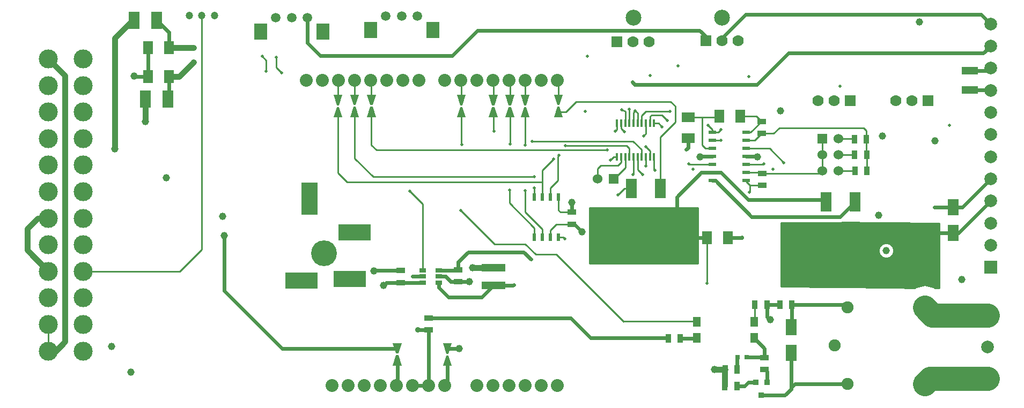
<source format=gtl>
G04 (created by PCBNEW (2013-07-07 BZR 4022)-stable) date 3/19/2014 11:37:21 PM*
%MOIN*%
G04 Gerber Fmt 3.4, Leading zero omitted, Abs format*
%FSLAX34Y34*%
G01*
G70*
G90*
G04 APERTURE LIST*
%ADD10C,0.006*%
%ADD11C,0.075*%
%ADD12R,0.036X0.036*%
%ADD13R,0.0669291X0.0984252*%
%ADD14R,0.035X0.055*%
%ADD15R,0.055X0.035*%
%ADD16R,0.0314X0.0314*%
%ADD17R,0.0511811X0.0590551*%
%ADD18R,0.016X0.05*%
%ADD19R,0.045X0.02*%
%ADD20R,0.06X0.08*%
%ADD21R,0.08X0.06*%
%ADD22R,0.06X0.06*%
%ADD23C,0.06*%
%ADD24R,0.0787402X0.0787402*%
%ADD25C,0.0787402*%
%ADD26C,0.11811*%
%ADD27R,0.02X0.045*%
%ADD28R,0.065X0.12*%
%ADD29R,0.24X0.24*%
%ADD30R,0.07X0.11*%
%ADD31C,0.0472441*%
%ADD32C,0.0590551*%
%ADD33R,0.0787402X0.0984252*%
%ADD34R,0.0394X0.0276*%
%ADD35R,0.145669X0.0472441*%
%ADD36C,0.07*%
%ADD37R,0.07X0.07*%
%ADD38C,0.08*%
%ADD39C,0.0984252*%
%ADD40C,0.16*%
%ADD41R,0.2X0.1*%
%ADD42R,0.1X0.2*%
%ADD43R,0.1X0.05*%
%ADD44C,0.046*%
%ADD45C,0.035*%
%ADD46C,0.02*%
%ADD47C,0.024*%
%ADD48C,0.036*%
%ADD49C,0.01*%
%ADD50C,0.15*%
G04 APERTURE END LIST*
G54D10*
G54D11*
X79325Y-68935D03*
X80125Y-66585D03*
X84925Y-66585D03*
X84925Y-71335D03*
X80125Y-71335D03*
G54D12*
X74415Y-71250D03*
X75115Y-71250D03*
X74765Y-72050D03*
G54D13*
X76620Y-69405D03*
X76620Y-67805D03*
G54D14*
X72505Y-71475D03*
X73255Y-71475D03*
X72530Y-70430D03*
X73280Y-70430D03*
X74375Y-66400D03*
X75125Y-66400D03*
X68990Y-68490D03*
X69740Y-68490D03*
X76665Y-66410D03*
X75915Y-66410D03*
G54D15*
X74975Y-69695D03*
X74975Y-70445D03*
G54D16*
X73875Y-69670D03*
X73285Y-69670D03*
G54D17*
X70770Y-67480D03*
X70770Y-68480D03*
X74320Y-68480D03*
X74320Y-67480D03*
G54D18*
X68110Y-55110D03*
X67860Y-55110D03*
X67600Y-55110D03*
X67340Y-55110D03*
X67090Y-55110D03*
X66830Y-55110D03*
X66570Y-55110D03*
X66320Y-55110D03*
X66060Y-55110D03*
X65810Y-55110D03*
X65810Y-57210D03*
X66060Y-57210D03*
X66320Y-57210D03*
X66570Y-57210D03*
X66830Y-57210D03*
X67090Y-57210D03*
X67340Y-57210D03*
X67600Y-57210D03*
X67860Y-57210D03*
X68110Y-57210D03*
G54D19*
X71718Y-55684D03*
X71718Y-56184D03*
X71718Y-56684D03*
X71718Y-57184D03*
X71718Y-57684D03*
X71718Y-58184D03*
X71718Y-58684D03*
X73818Y-58684D03*
X73818Y-58184D03*
X73818Y-57684D03*
X73818Y-57184D03*
X73818Y-56684D03*
X73818Y-56184D03*
X73818Y-55684D03*
G54D20*
X72166Y-54652D03*
X73466Y-54652D03*
G54D21*
X70217Y-56022D03*
X70217Y-54722D03*
G54D14*
X80591Y-58056D03*
X81341Y-58056D03*
G54D15*
X74836Y-58981D03*
X74836Y-58231D03*
X74794Y-55747D03*
X74794Y-54997D03*
G54D14*
X80581Y-57056D03*
X81331Y-57056D03*
X80551Y-56096D03*
X81301Y-56096D03*
G54D22*
X78562Y-56084D03*
G54D23*
X79562Y-56084D03*
X78562Y-57084D03*
X79562Y-57084D03*
X78562Y-58084D03*
X79562Y-58084D03*
G54D24*
X88845Y-70995D03*
G54D25*
X88845Y-69026D03*
X88845Y-67057D03*
G54D24*
X89015Y-64080D03*
G54D25*
X89015Y-62702D03*
X89015Y-61324D03*
X89015Y-59946D03*
X89015Y-58568D03*
X89015Y-57190D03*
X89015Y-55812D03*
X89015Y-54434D03*
X89015Y-53056D03*
X89015Y-51678D03*
X89015Y-50300D03*
X89015Y-48922D03*
G54D26*
X30480Y-51100D03*
X30480Y-69288D03*
X30480Y-67635D03*
X30480Y-65981D03*
X30480Y-64328D03*
X30480Y-62674D03*
X30480Y-61021D03*
X30480Y-59367D03*
X30480Y-57714D03*
X30480Y-56060D03*
X30480Y-54407D03*
X30480Y-52753D03*
X32645Y-51100D03*
X32645Y-69288D03*
X32645Y-67635D03*
X32645Y-65981D03*
X32645Y-64328D03*
X32645Y-62674D03*
X32645Y-61021D03*
X32645Y-59367D03*
X32645Y-57714D03*
X32645Y-56060D03*
X32645Y-54407D03*
X32645Y-52753D03*
G54D15*
X54100Y-67975D03*
X54100Y-67225D03*
G54D27*
X62170Y-62213D03*
X61670Y-62213D03*
X61170Y-62213D03*
X60670Y-62213D03*
X60670Y-59713D03*
X61170Y-59713D03*
X61670Y-59713D03*
X62170Y-59713D03*
G54D13*
X86700Y-61935D03*
X86700Y-60335D03*
G54D20*
X71400Y-62220D03*
X72700Y-62220D03*
G54D15*
X62990Y-60645D03*
X62990Y-61395D03*
G54D28*
X80610Y-60000D03*
G54D29*
X79710Y-62500D03*
G54D28*
X78810Y-60000D03*
X68506Y-59180D03*
G54D29*
X67606Y-61680D03*
G54D28*
X66706Y-59180D03*
G54D30*
X36500Y-53600D03*
X37900Y-53600D03*
G54D20*
X37950Y-52200D03*
X36650Y-52200D03*
X36650Y-50400D03*
X37950Y-50400D03*
G54D30*
X35800Y-48700D03*
X37200Y-48700D03*
G54D31*
X40010Y-48390D03*
X39222Y-48390D03*
X40797Y-48390D03*
G54D32*
X52425Y-48435D03*
X51440Y-48435D03*
X53409Y-48435D03*
G54D33*
X50495Y-49301D03*
X54354Y-49301D03*
G54D32*
X45595Y-48535D03*
X44610Y-48535D03*
X46579Y-48535D03*
G54D33*
X43665Y-49401D03*
X47524Y-49401D03*
G54D34*
X53725Y-65025D03*
X53725Y-64650D03*
X53725Y-64275D03*
X54725Y-64275D03*
X54725Y-64650D03*
X54725Y-65025D03*
G54D15*
X52355Y-64280D03*
X52355Y-65030D03*
X55925Y-64225D03*
X55925Y-64975D03*
G54D35*
X58140Y-64100D03*
X58140Y-65202D03*
G54D36*
X78300Y-53700D03*
X79300Y-53700D03*
G54D37*
X80300Y-53700D03*
G54D36*
X73315Y-49955D03*
X72315Y-49955D03*
G54D37*
X71315Y-49955D03*
G54D36*
X67805Y-50040D03*
X66805Y-50040D03*
G54D37*
X65805Y-50040D03*
G54D36*
X83135Y-53700D03*
X84135Y-53700D03*
G54D37*
X85135Y-53700D03*
G54D38*
X52100Y-71420D03*
X53100Y-71420D03*
X54100Y-71420D03*
X55100Y-71420D03*
X57100Y-71420D03*
X58100Y-71420D03*
X59100Y-71420D03*
X60100Y-71420D03*
X61100Y-71420D03*
X62100Y-71420D03*
X62100Y-52420D03*
X61100Y-52420D03*
X60100Y-52420D03*
X59100Y-52420D03*
X58100Y-52420D03*
X57100Y-52420D03*
X56100Y-52420D03*
X55100Y-52420D03*
X53500Y-52420D03*
X52500Y-52420D03*
X51500Y-52420D03*
X50500Y-52420D03*
X49500Y-52420D03*
X48500Y-52420D03*
X51100Y-71420D03*
X50100Y-71420D03*
X47500Y-52420D03*
X46500Y-52420D03*
X49100Y-71420D03*
X48100Y-71420D03*
G54D39*
X66845Y-48520D03*
X72315Y-48520D03*
G54D40*
X47600Y-63200D03*
G54D22*
X49000Y-61900D03*
G54D23*
X50000Y-61900D03*
G54D41*
X49500Y-61900D03*
G54D22*
X48700Y-64800D03*
G54D23*
X49700Y-64800D03*
G54D41*
X49200Y-64800D03*
G54D22*
X46700Y-64900D03*
G54D23*
X45700Y-64900D03*
G54D41*
X46200Y-64900D03*
G54D22*
X46700Y-60300D03*
G54D23*
X46700Y-59300D03*
G54D42*
X46700Y-59800D03*
G54D22*
X65600Y-58560D03*
G54D23*
X64600Y-58560D03*
G54D10*
G36*
X58875Y-53340D02*
X59425Y-53340D01*
X59225Y-53990D01*
X59075Y-53990D01*
X58875Y-53340D01*
X58875Y-53340D01*
G37*
G36*
X58875Y-54740D02*
X59075Y-54090D01*
X59225Y-54090D01*
X59425Y-54740D01*
X58875Y-54740D01*
X58875Y-54740D01*
G37*
G36*
X59815Y-53340D02*
X60365Y-53340D01*
X60165Y-53990D01*
X60015Y-53990D01*
X59815Y-53340D01*
X59815Y-53340D01*
G37*
G36*
X59815Y-54740D02*
X60015Y-54090D01*
X60165Y-54090D01*
X60365Y-54740D01*
X59815Y-54740D01*
X59815Y-54740D01*
G37*
G36*
X55855Y-53340D02*
X56405Y-53340D01*
X56205Y-53990D01*
X56055Y-53990D01*
X55855Y-53340D01*
X55855Y-53340D01*
G37*
G36*
X55855Y-54740D02*
X56055Y-54090D01*
X56205Y-54090D01*
X56405Y-54740D01*
X55855Y-54740D01*
X55855Y-54740D01*
G37*
G36*
X50270Y-53335D02*
X50820Y-53335D01*
X50620Y-53985D01*
X50470Y-53985D01*
X50270Y-53335D01*
X50270Y-53335D01*
G37*
G36*
X50270Y-54735D02*
X50470Y-54085D01*
X50620Y-54085D01*
X50820Y-54735D01*
X50270Y-54735D01*
X50270Y-54735D01*
G37*
G36*
X49225Y-53330D02*
X49775Y-53330D01*
X49575Y-53980D01*
X49425Y-53980D01*
X49225Y-53330D01*
X49225Y-53330D01*
G37*
G36*
X49225Y-54730D02*
X49425Y-54080D01*
X49575Y-54080D01*
X49775Y-54730D01*
X49225Y-54730D01*
X49225Y-54730D01*
G37*
G36*
X61895Y-53330D02*
X62445Y-53330D01*
X62245Y-53980D01*
X62095Y-53980D01*
X61895Y-53330D01*
X61895Y-53330D01*
G37*
G36*
X61895Y-54730D02*
X62095Y-54080D01*
X62245Y-54080D01*
X62445Y-54730D01*
X61895Y-54730D01*
X61895Y-54730D01*
G37*
G36*
X54995Y-68805D02*
X55545Y-68805D01*
X55345Y-69455D01*
X55195Y-69455D01*
X54995Y-68805D01*
X54995Y-68805D01*
G37*
G36*
X54995Y-70205D02*
X55195Y-69555D01*
X55345Y-69555D01*
X55545Y-70205D01*
X54995Y-70205D01*
X54995Y-70205D01*
G37*
G36*
X51880Y-68800D02*
X52430Y-68800D01*
X52230Y-69450D01*
X52080Y-69450D01*
X51880Y-68800D01*
X51880Y-68800D01*
G37*
G36*
X51880Y-70200D02*
X52080Y-69550D01*
X52230Y-69550D01*
X52430Y-70200D01*
X51880Y-70200D01*
X51880Y-70200D01*
G37*
G36*
X57845Y-53350D02*
X58395Y-53350D01*
X58195Y-54000D01*
X58045Y-54000D01*
X57845Y-53350D01*
X57845Y-53350D01*
G37*
G36*
X57845Y-54750D02*
X58045Y-54100D01*
X58195Y-54100D01*
X58395Y-54750D01*
X57845Y-54750D01*
X57845Y-54750D01*
G37*
G36*
X48195Y-53340D02*
X48745Y-53340D01*
X48545Y-53990D01*
X48395Y-53990D01*
X48195Y-53340D01*
X48195Y-53340D01*
G37*
G36*
X48195Y-54740D02*
X48395Y-54090D01*
X48545Y-54090D01*
X48745Y-54740D01*
X48195Y-54740D01*
X48195Y-54740D01*
G37*
G54D43*
X87735Y-51825D03*
X87735Y-53025D03*
G54D44*
X34400Y-69000D03*
X82530Y-63035D03*
X75315Y-67350D03*
X56000Y-69150D03*
X35600Y-70600D03*
X36500Y-55000D03*
G54D45*
X39500Y-51300D03*
G54D44*
X51300Y-65200D03*
X56840Y-64100D03*
X85580Y-56200D03*
G54D46*
X67460Y-55890D03*
G54D44*
X41400Y-62100D03*
X63000Y-60030D03*
X41300Y-60900D03*
X34600Y-56700D03*
G54D45*
X39500Y-50400D03*
G54D46*
X71390Y-65080D03*
X52920Y-59330D03*
X65210Y-56780D03*
X67590Y-56570D03*
X60650Y-58440D03*
X68150Y-58020D03*
X60660Y-59130D03*
X56110Y-60520D03*
X56150Y-56450D03*
X67610Y-57760D03*
X61850Y-57340D03*
X44010Y-51870D03*
X43760Y-50940D03*
X44630Y-50990D03*
X44970Y-51970D03*
X60520Y-56220D03*
X58160Y-55600D03*
X62590Y-56500D03*
X59150Y-56400D03*
X59130Y-59270D03*
X68610Y-55320D03*
X60090Y-59300D03*
X60090Y-56470D03*
X85526Y-60333D03*
X62200Y-57100D03*
X53100Y-64650D03*
X60460Y-63570D03*
X66750Y-52550D03*
X74934Y-57636D03*
X76181Y-57560D03*
G54D44*
X82080Y-60830D03*
G54D46*
X65880Y-59580D03*
G54D44*
X63620Y-61860D03*
G54D46*
X63830Y-54370D03*
X66090Y-54280D03*
X66940Y-54330D03*
X73580Y-62210D03*
X65387Y-57414D03*
X70112Y-56742D03*
X70525Y-57960D03*
X75502Y-57953D03*
G54D44*
X75960Y-54350D03*
X82300Y-55910D03*
G54D46*
X86450Y-55250D03*
X79650Y-52800D03*
G54D44*
X70956Y-57189D03*
X74516Y-57213D03*
X35790Y-52170D03*
G54D45*
X53429Y-67964D03*
G54D44*
X37800Y-58500D03*
X56645Y-64985D03*
X50700Y-64300D03*
X87225Y-64850D03*
X84590Y-48810D03*
G54D46*
X63950Y-50950D03*
X69600Y-51550D03*
X74000Y-52200D03*
X67850Y-52150D03*
G54D44*
X71865Y-70430D03*
G54D46*
X59390Y-65160D03*
X62550Y-62310D03*
X70280Y-57645D03*
X65700Y-55615D03*
X67385Y-58305D03*
X68936Y-54936D03*
X66805Y-58315D03*
X66255Y-55640D03*
X66569Y-54230D03*
X69104Y-54376D03*
X71449Y-55237D03*
X72268Y-55517D03*
X72268Y-56175D03*
X74039Y-59416D03*
G54D47*
X75125Y-66400D02*
X75125Y-67160D01*
X75125Y-67160D02*
X75315Y-67350D01*
X75125Y-66400D02*
X75905Y-66400D01*
X75905Y-66400D02*
X75915Y-66410D01*
X55270Y-69130D02*
X55980Y-69130D01*
X55980Y-69130D02*
X56000Y-69150D01*
G54D48*
X36500Y-55000D02*
X36500Y-53600D01*
X38600Y-52200D02*
X39500Y-51300D01*
G54D47*
X37950Y-52200D02*
X37950Y-53550D01*
X37950Y-53550D02*
X37900Y-53600D01*
G54D48*
X37950Y-52200D02*
X38600Y-52200D01*
G54D47*
X87735Y-51825D02*
X88868Y-51825D01*
X88868Y-51825D02*
X89015Y-51678D01*
X52355Y-65030D02*
X53720Y-65030D01*
X53720Y-65030D02*
X53725Y-65025D01*
X52355Y-65030D02*
X51470Y-65030D01*
X51470Y-65030D02*
X51300Y-65200D01*
G54D48*
X58140Y-64100D02*
X56840Y-64100D01*
G54D49*
X67600Y-55750D02*
X67460Y-55890D01*
X67600Y-55750D02*
X67600Y-55110D01*
G54D47*
X41400Y-62100D02*
X41400Y-65540D01*
X44985Y-69125D02*
X52155Y-69125D01*
X41400Y-65540D02*
X44985Y-69125D01*
X62990Y-60645D02*
X62990Y-60040D01*
X62990Y-60040D02*
X63000Y-60030D01*
G54D49*
X62170Y-59713D02*
X62170Y-60530D01*
X62285Y-60645D02*
X62990Y-60645D01*
X62170Y-60530D02*
X62285Y-60645D01*
G54D48*
X35700Y-48700D02*
X35800Y-48700D01*
X34600Y-49800D02*
X35700Y-48700D01*
X34600Y-56700D02*
X34600Y-49800D01*
G54D47*
X37950Y-50400D02*
X37950Y-49450D01*
X37950Y-49450D02*
X37200Y-48700D01*
G54D48*
X37950Y-50400D02*
X39000Y-50400D01*
X39000Y-50400D02*
X39500Y-50400D01*
G54D49*
X71400Y-64860D02*
X71400Y-62220D01*
X71390Y-65080D02*
X71400Y-64860D01*
G54D47*
X71400Y-62220D02*
X70510Y-62220D01*
X70510Y-62220D02*
X70460Y-62270D01*
X71718Y-58184D02*
X71042Y-58184D01*
X69540Y-59687D02*
X69540Y-60585D01*
X71042Y-58184D02*
X69540Y-59687D01*
X71718Y-58184D02*
X72274Y-58184D01*
X73975Y-59885D02*
X78830Y-59885D01*
X72274Y-58184D02*
X73975Y-59885D01*
G54D49*
X68506Y-59180D02*
X68506Y-55964D01*
X62635Y-54405D02*
X62170Y-54405D01*
X63280Y-53760D02*
X62635Y-54405D01*
X69140Y-53760D02*
X63280Y-53760D01*
X69420Y-54040D02*
X69140Y-53760D01*
X69420Y-55050D02*
X69420Y-54040D01*
X68506Y-55964D02*
X69420Y-55050D01*
X53725Y-64275D02*
X53725Y-60135D01*
X53725Y-60135D02*
X52920Y-59330D01*
X50545Y-54410D02*
X50545Y-56475D01*
X50545Y-56475D02*
X50850Y-56780D01*
X50850Y-56780D02*
X65210Y-56780D01*
X67590Y-56570D02*
X67860Y-56840D01*
X67860Y-56840D02*
X67860Y-57210D01*
X49500Y-54405D02*
X49500Y-57290D01*
X50650Y-58440D02*
X60650Y-58440D01*
X49500Y-57290D02*
X50650Y-58440D01*
X60670Y-59713D02*
X60670Y-59140D01*
X68110Y-57980D02*
X68110Y-57210D01*
X68150Y-58020D02*
X68110Y-57980D01*
X60670Y-59140D02*
X60660Y-59130D01*
X66190Y-67450D02*
X70740Y-67450D01*
X70740Y-67450D02*
X70770Y-67480D01*
X56130Y-54415D02*
X56130Y-56430D01*
X62020Y-63280D02*
X66190Y-67450D01*
X66190Y-67450D02*
X66200Y-67460D01*
X60760Y-63280D02*
X62020Y-63280D01*
X60100Y-62620D02*
X60760Y-63280D01*
X58210Y-62620D02*
X60100Y-62620D01*
X56110Y-60520D02*
X58210Y-62620D01*
X56130Y-56430D02*
X56150Y-56450D01*
G54D47*
X64165Y-68470D02*
X68970Y-68470D01*
X64165Y-68470D02*
X62920Y-67225D01*
X54100Y-67225D02*
X62920Y-67225D01*
X68970Y-68470D02*
X68990Y-68490D01*
G54D49*
X48470Y-54415D02*
X48470Y-58210D01*
X49020Y-58760D02*
X61170Y-58760D01*
X48470Y-58210D02*
X49020Y-58760D01*
X61170Y-59713D02*
X61170Y-58760D01*
X61170Y-58760D02*
X61170Y-58020D01*
X67600Y-57750D02*
X67600Y-57210D01*
X67610Y-57760D02*
X67600Y-57750D01*
X61170Y-58020D02*
X61850Y-57340D01*
X44010Y-51870D02*
X44010Y-51190D01*
X44010Y-51870D02*
X44010Y-51870D01*
X44010Y-51190D02*
X43760Y-50940D01*
X44630Y-51630D02*
X44630Y-50990D01*
X44970Y-51970D02*
X44630Y-51630D01*
X67340Y-56750D02*
X66810Y-56220D01*
X66810Y-56220D02*
X60520Y-56220D01*
X67340Y-56750D02*
X67340Y-57210D01*
X66570Y-57210D02*
X66570Y-56680D01*
X58120Y-55560D02*
X58120Y-54460D01*
X58160Y-55600D02*
X58120Y-55560D01*
X66389Y-56500D02*
X62590Y-56500D01*
X66570Y-56680D02*
X66389Y-56500D01*
X60670Y-62213D02*
X60670Y-61620D01*
X59150Y-56400D02*
X59150Y-54415D01*
X59130Y-60080D02*
X59130Y-59270D01*
X60670Y-61620D02*
X59130Y-60080D01*
X68400Y-55110D02*
X68110Y-55110D01*
X68610Y-55320D02*
X68400Y-55110D01*
X60090Y-54415D02*
X60090Y-56470D01*
X61170Y-61690D02*
X61170Y-62213D01*
X60100Y-60620D02*
X61170Y-61690D01*
X60100Y-59310D02*
X60100Y-60620D01*
X60090Y-59300D02*
X60100Y-59310D01*
G54D47*
X86700Y-60335D02*
X87248Y-60335D01*
X87248Y-60335D02*
X89015Y-58568D01*
X86700Y-60335D02*
X85528Y-60335D01*
X85528Y-60335D02*
X85526Y-60333D01*
X86700Y-61935D02*
X85425Y-61935D01*
X85425Y-61935D02*
X85350Y-62010D01*
X86700Y-61935D02*
X87026Y-61935D01*
X87026Y-61935D02*
X89015Y-59946D01*
G54D49*
X61670Y-59130D02*
X61670Y-59713D01*
X62130Y-58670D02*
X61670Y-59130D01*
X62130Y-57170D02*
X62130Y-58670D01*
X62200Y-57100D02*
X62130Y-57170D01*
G54D47*
X53725Y-64650D02*
X53100Y-64650D01*
X54725Y-64275D02*
X55875Y-64275D01*
X55875Y-64275D02*
X55925Y-64225D01*
X55925Y-64225D02*
X55925Y-63745D01*
X60010Y-63120D02*
X60460Y-63570D01*
X56550Y-63120D02*
X60010Y-63120D01*
X55925Y-63745D02*
X56550Y-63120D01*
X72315Y-49955D02*
X72315Y-49810D01*
X88417Y-48325D02*
X89015Y-48922D01*
X73800Y-48325D02*
X88417Y-48325D01*
X72315Y-49810D02*
X73800Y-48325D01*
X88565Y-50750D02*
X89015Y-50300D01*
X76450Y-50750D02*
X88565Y-50750D01*
X74500Y-52700D02*
X76450Y-50750D01*
X66900Y-52700D02*
X74500Y-52700D01*
X66750Y-52550D02*
X66900Y-52700D01*
G54D50*
X88845Y-67057D02*
X85397Y-67057D01*
X85397Y-67057D02*
X84925Y-66585D01*
X88845Y-70995D02*
X85265Y-70995D01*
X85265Y-70995D02*
X84925Y-71335D01*
G54D49*
X73818Y-57684D02*
X74885Y-57684D01*
X74885Y-57684D02*
X74934Y-57636D01*
X73818Y-56684D02*
X75305Y-56684D01*
X75305Y-56684D02*
X76181Y-57560D01*
X66706Y-59180D02*
X66280Y-59180D01*
X66280Y-59180D02*
X65880Y-59580D01*
G54D47*
X62990Y-61395D02*
X63155Y-61395D01*
X63155Y-61395D02*
X63620Y-61860D01*
G54D49*
X61670Y-62213D02*
X61670Y-61770D01*
X62045Y-61395D02*
X62990Y-61395D01*
X61670Y-61770D02*
X62045Y-61395D01*
X66320Y-55110D02*
X66320Y-54380D01*
X66320Y-54380D02*
X66090Y-54280D01*
X67090Y-55110D02*
X67090Y-54480D01*
X67090Y-54480D02*
X66940Y-54330D01*
X66830Y-55110D02*
X66830Y-54440D01*
X66830Y-54440D02*
X66940Y-54330D01*
G54D47*
X72700Y-62220D02*
X73570Y-62220D01*
X73570Y-62220D02*
X73580Y-62210D01*
G54D49*
X65810Y-57210D02*
X65591Y-57210D01*
X65591Y-57210D02*
X65387Y-57414D01*
G54D47*
X70217Y-56022D02*
X70217Y-56637D01*
X70217Y-56637D02*
X70112Y-56742D01*
X71718Y-57184D02*
X70960Y-57184D01*
X70960Y-57184D02*
X70956Y-57189D01*
X73818Y-57184D02*
X74487Y-57184D01*
X74487Y-57184D02*
X74516Y-57213D01*
X36650Y-52200D02*
X35820Y-52200D01*
X35820Y-52200D02*
X35790Y-52170D01*
X36650Y-50400D02*
X36650Y-52200D01*
X54100Y-67975D02*
X53440Y-67975D01*
X53440Y-67975D02*
X53429Y-67964D01*
X54100Y-67975D02*
X54100Y-71420D01*
X53100Y-71420D02*
X54100Y-71420D01*
X55925Y-64975D02*
X56635Y-64975D01*
X56635Y-64975D02*
X56645Y-64985D01*
X54725Y-64650D02*
X55155Y-64650D01*
X55480Y-64975D02*
X55925Y-64975D01*
X55155Y-64650D02*
X55480Y-64975D01*
X52355Y-64280D02*
X50720Y-64280D01*
X50720Y-64280D02*
X50700Y-64300D01*
X87735Y-53025D02*
X88983Y-53025D01*
X88983Y-53025D02*
X89015Y-53056D01*
G54D48*
X72505Y-71475D02*
X72505Y-70455D01*
X72505Y-70455D02*
X72530Y-70430D01*
X72530Y-70430D02*
X71865Y-70430D01*
G54D49*
X30480Y-67635D02*
X30480Y-69288D01*
X30480Y-69288D02*
X30921Y-69288D01*
G54D48*
X31500Y-52120D02*
X30480Y-51100D01*
X31500Y-68710D02*
X31500Y-52120D01*
X30921Y-69288D02*
X31500Y-68710D01*
G54D47*
X59347Y-65202D02*
X58140Y-65202D01*
X59390Y-65160D02*
X59347Y-65202D01*
X54725Y-65025D02*
X54725Y-65335D01*
X57412Y-65930D02*
X58140Y-65202D01*
X55320Y-65930D02*
X57412Y-65930D01*
X54725Y-65335D02*
X55320Y-65930D01*
G54D49*
X62170Y-62213D02*
X62453Y-62213D01*
X62453Y-62213D02*
X62550Y-62310D01*
G54D47*
X79680Y-60930D02*
X80610Y-60000D01*
X74175Y-60930D02*
X79680Y-60930D01*
X71929Y-58684D02*
X74175Y-60930D01*
X71718Y-58684D02*
X71929Y-58684D01*
G54D49*
X70319Y-57684D02*
X71718Y-57684D01*
X70280Y-57645D02*
X70319Y-57684D01*
G54D47*
X71315Y-49955D02*
X71315Y-49715D01*
X46579Y-50104D02*
X46579Y-48535D01*
X47375Y-50900D02*
X46579Y-50104D01*
X55550Y-50900D02*
X47375Y-50900D01*
X57125Y-49325D02*
X55550Y-50900D01*
X70925Y-49325D02*
X57125Y-49325D01*
X71315Y-49715D02*
X70925Y-49325D01*
G54D49*
X50545Y-53660D02*
X50545Y-52465D01*
X50545Y-52465D02*
X50500Y-52420D01*
X49500Y-53655D02*
X49500Y-52420D01*
X48470Y-53665D02*
X48470Y-52450D01*
X48470Y-52450D02*
X48500Y-52420D01*
X59150Y-53665D02*
X59150Y-52470D01*
X59150Y-52470D02*
X59100Y-52420D01*
X60090Y-53665D02*
X60090Y-52430D01*
X60090Y-52430D02*
X60100Y-52420D01*
X56130Y-53665D02*
X56130Y-52450D01*
X56130Y-52450D02*
X56100Y-52420D01*
X58120Y-53675D02*
X58120Y-52440D01*
X58120Y-52440D02*
X58100Y-52420D01*
G54D47*
X52155Y-69875D02*
X52155Y-71365D01*
X52155Y-71365D02*
X52100Y-71420D01*
G54D49*
X62170Y-53655D02*
X62170Y-52490D01*
X62170Y-52490D02*
X62100Y-52420D01*
G54D47*
X55270Y-69880D02*
X55270Y-71230D01*
X55270Y-71230D02*
X55100Y-71400D01*
G54D49*
X66320Y-57210D02*
X66320Y-57870D01*
X65630Y-58560D02*
X65600Y-58560D01*
X66320Y-57870D02*
X65630Y-58560D01*
X66060Y-57210D02*
X66060Y-57520D01*
X64600Y-57920D02*
X64600Y-58560D01*
X64800Y-57720D02*
X64600Y-57920D01*
X65860Y-57720D02*
X64800Y-57720D01*
X66060Y-57520D02*
X65860Y-57720D01*
X65810Y-55110D02*
X65810Y-55505D01*
X65810Y-55505D02*
X65700Y-55615D01*
X67090Y-57210D02*
X67090Y-58010D01*
X67090Y-58010D02*
X67385Y-58305D01*
X67860Y-55110D02*
X67860Y-54682D01*
X68593Y-54593D02*
X68936Y-54936D01*
X67949Y-54593D02*
X68593Y-54593D01*
X67860Y-54682D02*
X67949Y-54593D01*
X66830Y-57210D02*
X66830Y-58290D01*
X66830Y-58290D02*
X66805Y-58315D01*
X66060Y-55110D02*
X66060Y-55445D01*
X66060Y-55445D02*
X66255Y-55640D01*
X66570Y-54231D02*
X66570Y-55110D01*
X66569Y-54230D02*
X66570Y-54231D01*
X71718Y-55684D02*
X71718Y-55506D01*
X67340Y-54649D02*
X67340Y-55110D01*
X67606Y-54383D02*
X67340Y-54649D01*
X69097Y-54383D02*
X67606Y-54383D01*
X69104Y-54376D02*
X69097Y-54383D01*
X71718Y-55506D02*
X71449Y-55237D01*
X72100Y-55684D02*
X71718Y-55684D01*
X72268Y-55517D02*
X72100Y-55684D01*
X71718Y-56684D02*
X71300Y-56684D01*
X71092Y-56476D02*
X71092Y-54722D01*
X71300Y-56684D02*
X71092Y-56476D01*
X70217Y-54722D02*
X71092Y-54722D01*
X71092Y-54722D02*
X72096Y-54722D01*
X72096Y-54722D02*
X72166Y-54652D01*
X72096Y-54722D02*
X72166Y-54652D01*
X72258Y-56184D02*
X71718Y-56184D01*
X72268Y-56175D02*
X72258Y-56184D01*
X79562Y-58084D02*
X80563Y-58084D01*
X80563Y-58084D02*
X80591Y-58056D01*
X73818Y-55684D02*
X74106Y-55684D01*
X74106Y-55684D02*
X74794Y-54997D01*
X73466Y-54652D02*
X74449Y-54652D01*
X74449Y-54652D02*
X74794Y-54997D01*
X74061Y-59394D02*
X74061Y-58981D01*
X74039Y-59416D02*
X74061Y-59394D01*
X73818Y-58684D02*
X73818Y-58738D01*
X74061Y-58981D02*
X74836Y-58981D01*
X73818Y-58738D02*
X74061Y-58981D01*
X79562Y-57084D02*
X80553Y-57084D01*
X80553Y-57084D02*
X80581Y-57056D01*
X79562Y-56084D02*
X80539Y-56084D01*
X80539Y-56084D02*
X80551Y-56096D01*
X81301Y-56096D02*
X81301Y-55561D01*
X75538Y-55747D02*
X74794Y-55747D01*
X75894Y-55391D02*
X75538Y-55747D01*
X81131Y-55391D02*
X75894Y-55391D01*
X81301Y-55561D02*
X81131Y-55391D01*
X81331Y-57056D02*
X81331Y-58046D01*
X81331Y-58046D02*
X81341Y-58056D01*
X81301Y-56096D02*
X81301Y-57026D01*
X81301Y-57026D02*
X81331Y-57056D01*
X73818Y-56184D02*
X74356Y-56184D01*
X74356Y-56184D02*
X74794Y-55747D01*
X74836Y-58231D02*
X78415Y-58231D01*
X78415Y-58231D02*
X78562Y-58084D01*
X78562Y-57084D02*
X78562Y-58084D01*
X78562Y-56084D02*
X78562Y-57084D01*
X73818Y-58184D02*
X74789Y-58184D01*
X74789Y-58184D02*
X74836Y-58231D01*
G54D47*
X74415Y-71250D02*
X73950Y-71250D01*
X73725Y-71475D02*
X73255Y-71475D01*
X73950Y-71250D02*
X73725Y-71475D01*
X75115Y-71250D02*
X75115Y-70585D01*
G54D49*
X75115Y-70585D02*
X74975Y-70445D01*
G54D47*
X73875Y-69670D02*
X74950Y-69670D01*
G54D49*
X74950Y-69670D02*
X74975Y-69695D01*
G54D47*
X74975Y-69695D02*
X74975Y-69135D01*
X74975Y-69135D02*
X74320Y-68480D01*
X73280Y-70430D02*
X73280Y-69675D01*
G54D49*
X73280Y-69675D02*
X73285Y-69670D01*
X74375Y-66400D02*
X74375Y-67425D01*
X74375Y-67425D02*
X74320Y-67480D01*
G54D47*
X80125Y-71335D02*
X76850Y-71335D01*
X76850Y-71335D02*
X76620Y-71565D01*
X76620Y-69405D02*
X76620Y-71565D01*
X76620Y-71565D02*
X76620Y-71655D01*
X76225Y-72050D02*
X74765Y-72050D01*
X76620Y-71655D02*
X76225Y-72050D01*
X69740Y-68490D02*
X70760Y-68490D01*
G54D49*
X70760Y-68490D02*
X70770Y-68480D01*
G54D47*
X76665Y-66410D02*
X79950Y-66410D01*
X79950Y-66410D02*
X80125Y-66585D01*
X76665Y-66410D02*
X76665Y-67760D01*
X76665Y-67760D02*
X76620Y-67805D01*
G54D48*
X30480Y-61021D02*
X29808Y-61021D01*
X29160Y-63008D02*
X30480Y-64328D01*
X29160Y-61670D02*
X29160Y-63008D01*
X29808Y-61021D02*
X29160Y-61670D01*
G54D49*
X32645Y-64328D02*
X38641Y-64328D01*
X40010Y-62960D02*
X40010Y-48390D01*
X38641Y-64328D02*
X40010Y-62960D01*
G54D10*
G36*
X70846Y-60370D02*
X70844Y-63837D01*
X64096Y-63843D01*
X64097Y-61961D01*
X64099Y-61955D01*
X64100Y-61764D01*
X64097Y-61759D01*
X64098Y-60376D01*
X70846Y-60370D01*
X70846Y-60370D01*
G37*
G54D49*
X70846Y-60370D02*
X70844Y-63837D01*
X64096Y-63843D01*
X64097Y-61961D01*
X64099Y-61955D01*
X64100Y-61764D01*
X64097Y-61759D01*
X64098Y-60376D01*
X70846Y-60370D01*
G54D10*
G36*
X85838Y-65372D02*
X85577Y-65369D01*
X85460Y-65291D01*
X84925Y-65185D01*
X84389Y-65291D01*
X84295Y-65354D01*
X83010Y-65339D01*
X83010Y-62939D01*
X82937Y-62763D01*
X82802Y-62628D01*
X82625Y-62555D01*
X82434Y-62554D01*
X82258Y-62627D01*
X82123Y-62762D01*
X82050Y-62939D01*
X82049Y-63130D01*
X82122Y-63306D01*
X82257Y-63441D01*
X82434Y-63514D01*
X82625Y-63515D01*
X82801Y-63442D01*
X82936Y-63307D01*
X83009Y-63130D01*
X83010Y-62939D01*
X83010Y-65339D01*
X76008Y-65258D01*
X75989Y-61300D01*
X79680Y-61300D01*
X79816Y-61272D01*
X81954Y-61297D01*
X81984Y-61309D01*
X82175Y-61310D01*
X82198Y-61300D01*
X85819Y-61342D01*
X85838Y-65372D01*
X85838Y-65372D01*
G37*
G54D49*
X85838Y-65372D02*
X85577Y-65369D01*
X85460Y-65291D01*
X84925Y-65185D01*
X84389Y-65291D01*
X84295Y-65354D01*
X83010Y-65339D01*
X83010Y-62939D01*
X82937Y-62763D01*
X82802Y-62628D01*
X82625Y-62555D01*
X82434Y-62554D01*
X82258Y-62627D01*
X82123Y-62762D01*
X82050Y-62939D01*
X82049Y-63130D01*
X82122Y-63306D01*
X82257Y-63441D01*
X82434Y-63514D01*
X82625Y-63515D01*
X82801Y-63442D01*
X82936Y-63307D01*
X83009Y-63130D01*
X83010Y-62939D01*
X83010Y-65339D01*
X76008Y-65258D01*
X75989Y-61300D01*
X79680Y-61300D01*
X79816Y-61272D01*
X81954Y-61297D01*
X81984Y-61309D01*
X82175Y-61310D01*
X82198Y-61300D01*
X85819Y-61342D01*
X85838Y-65372D01*
M02*

</source>
